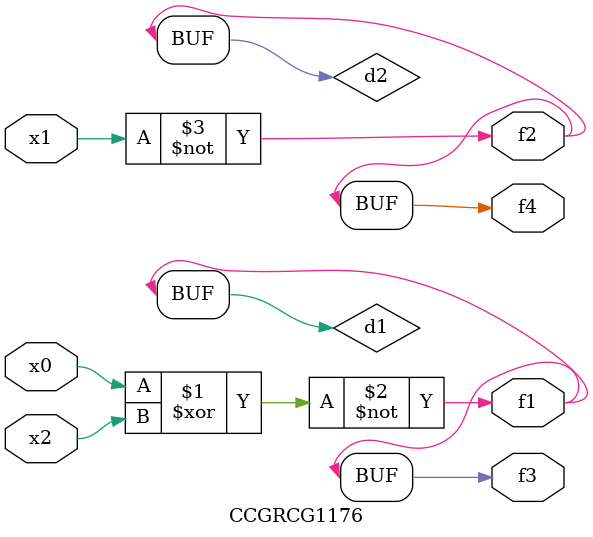
<source format=v>
module CCGRCG1176(
	input x0, x1, x2,
	output f1, f2, f3, f4
);

	wire d1, d2, d3;

	xnor (d1, x0, x2);
	nand (d2, x1);
	nor (d3, x1, x2);
	assign f1 = d1;
	assign f2 = d2;
	assign f3 = d1;
	assign f4 = d2;
endmodule

</source>
